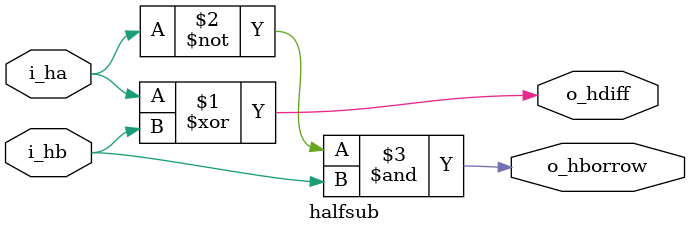
<source format=sv>
module halfsub(
	i_ha,
	i_hb,
	o_hdiff,
	o_hborrow
	);

input i_ha;
input i_hb;
output o_hdiff;
output o_hborrow;

assign o_hdiff = i_ha ^ i_hb;
assign o_hborrow = ~i_ha & i_hb;

endmodule

</source>
